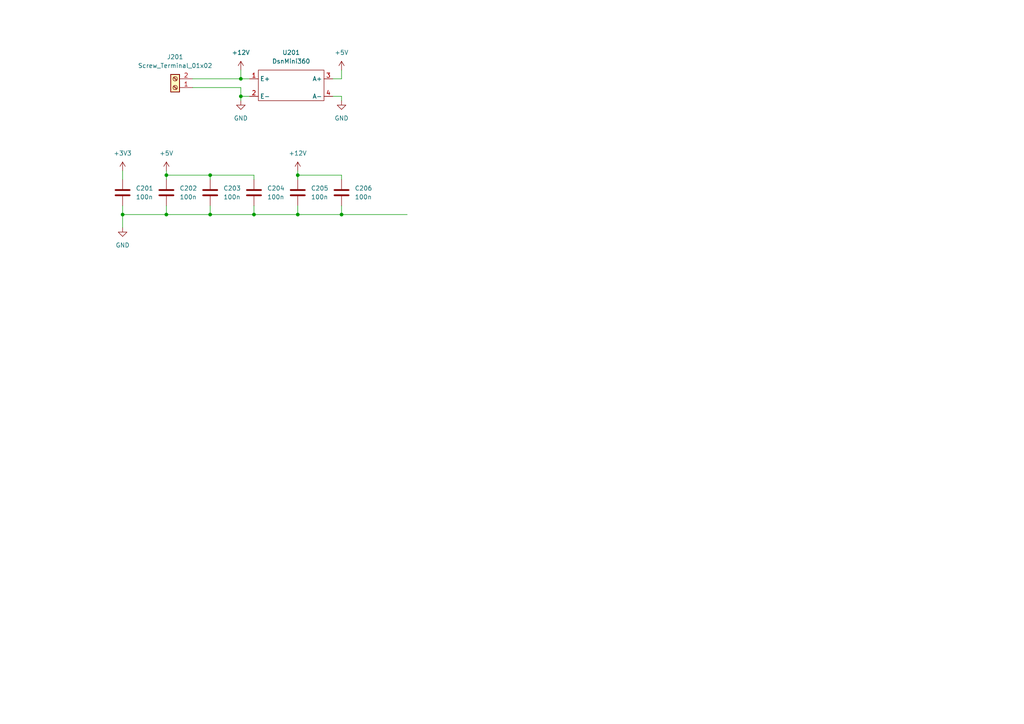
<source format=kicad_sch>
(kicad_sch (version 20211123) (generator eeschema)
  (paper "A4")
  (title_block (date "2022-03-14") (company "makerspace Bocholt"))
  (lib_symbols
    (symbol "Connector:Screw_Terminal_01x02" (pin_names (offset 1.016) hide)
      (property "Reference" "J" (at 0 2.54 0))
      (property "Value" "Screw_Terminal_01x02" (at 0 -5.08 0))
      (symbol "Screw_Terminal_01x02_1_1"
        (rectangle (start -1.27 1.27) (end 1.27 -3.81) (stroke (width 0.254)) (fill (type background)))
        (circle (center 0 -2.54) (radius 0.635) (stroke (width 0.1524)))
        (polyline (pts (xy -0.5334 -2.2098) (xy 0.3302 -3.048)) (stroke (width 0.1524)))
        (polyline (pts (xy -0.5334 0.3302) (xy 0.3302 -0.508)) (stroke (width 0.1524)))
        (polyline (pts (xy -0.3556 -2.032) (xy 0.508 -2.8702)) (stroke (width 0.1524)))
        (polyline (pts (xy -0.3556 0.508) (xy 0.508 -0.3302)) (stroke (width 0.1524)))
        (circle (center 0 0) (radius 0.635) (stroke (width 0.1524)))
        (pin passive line (at -5.08 0 0) (length 3.81) (name "Pin_1") (number "1"))
        (pin passive line (at -5.08 -2.54 0) (length 3.81) (name "Pin_2") (number "2"))
      )
    )
    (symbol "DcDc:DsnMini360"
      (property "Reference" "U" (at 0 0 0))
      (property "Value" "DsnMini360" (at 0 -2.54 0))
      (symbol "DsnMini360_0_1"
        (rectangle (start -8.89 2.54) (end 10.16 -6.35))
      )
      (symbol "DsnMini360_1_1"
        (pin power_in line (at -11.43 0 0) (length 2.54) (name "E+") (number "1"))
        (pin power_in line (at -11.43 -5.08 0) (length 2.54) (name "E-") (number "2"))
        (pin power_out line (at 12.7 0 180) (length 2.54) (name "A+") (number "3"))
        (pin power_out line (at 12.7 -5.08 180) (length 2.54) (name "A-") (number "4"))
      )
    )
    (symbol "Device:C" (pin_numbers hide) (pin_names (offset 0.254))
      (property "Reference" "C" (at 0.635 2.54 0))
      (property "Value" "C" (at 0.635 -2.54 0))
      (symbol "C_0_1"
        (polyline (pts (xy -2.032 -0.762) (xy 2.032 -0.762)) (stroke (width 0.508)))
        (polyline (pts (xy -2.032 0.762) (xy 2.032 0.762)) (stroke (width 0.508)))
      )
      (symbol "C_1_1"
        (pin passive line (at 0 3.81 270) (length 2.794) (name "~") (number "1"))
        (pin passive line (at 0 -3.81 90) (length 2.794) (name "~") (number "2"))
      )
    )
    (symbol "power:+12V" (power) (pin_names (offset 0))
      (property "Value" "+12V" (at 0 3.556 0))
      (symbol "+12V_0_1"
        (polyline (pts (xy -0.762 1.27) (xy 0 2.54)))
        (polyline (pts (xy 0 0) (xy 0 2.54)))
        (polyline (pts (xy 0 2.54) (xy 0.762 1.27)))
      )
      (symbol "+12V_1_1"
        (pin power_in line (at 0 0 90) (length 0) hide (name "+12V") (number "1"))
      )
    )
    (symbol "power:+3.3V" (power) (pin_names (offset 0))
      (property "Value" "+3.3V" (at 0 3.556 0))
      (symbol "+3.3V_0_1"
        (polyline (pts (xy -0.762 1.27) (xy 0 2.54)))
        (polyline (pts (xy 0 0) (xy 0 2.54)))
        (polyline (pts (xy 0 2.54) (xy 0.762 1.27)))
      )
      (symbol "+3.3V_1_1"
        (pin power_in line (at 0 0 90) (length 0) hide (name "+3V3") (number "1"))
      )
    )
    (symbol "power:+5V" (power) (pin_names (offset 0))
      (property "Value" "+5V" (at 0 3.556 0))
      (symbol "+5V_0_1"
        (polyline (pts (xy -0.762 1.27) (xy 0 2.54)))
        (polyline (pts (xy 0 0) (xy 0 2.54)))
        (polyline (pts (xy 0 2.54) (xy 0.762 1.27)))
      )
      (symbol "+5V_1_1"
        (pin power_in line (at 0 0 90) (length 0) hide (name "+5V") (number "1"))
      )
    )
    (symbol "power:GND" (power) (pin_names (offset 0))
      (property "Value" "GND" (at 0 -3.81 0))
      (symbol "GND_0_1"
        (polyline (pts (xy 0 0) (xy 0 -1.27) (xy 1.27 -1.27) (xy 0 -2.54) (xy -1.27 -1.27) (xy 0 -1.27)))
      )
      (symbol "GND_1_1"
        (pin power_in line (at 0 0 270) (length 0) hide (name "GND") (number "1"))
      )
    )
  )
  (junction (at 69.85 22.86))
  (junction (at 48.26 62.23))
  (junction (at 60.96 50.8))
  (junction (at 35.56 62.23))
  (junction (at 99.06 62.23))
  (junction (at 73.66 62.23))
  (junction (at 69.85 27.94))
  (junction (at 60.96 62.23))
  (junction (at 48.26 50.8))
  (junction (at 86.36 62.23))
  (junction (at 86.36 50.8))
  (wire (pts (xy 35.56 62.23) (xy 48.26 62.23)))
  (wire (pts (xy 86.36 59.69) (xy 86.36 62.23)))
  (wire (pts (xy 99.06 22.86) (xy 99.06 20.32)))
  (wire (pts (xy 35.56 49.53) (xy 35.56 52.07)))
  (wire (pts (xy 69.85 25.4) (xy 69.85 27.94)))
  (wire (pts (xy 99.06 59.69) (xy 99.06 62.23)))
  (wire (pts (xy 69.85 27.94) (xy 69.85 29.21)))
  (wire (pts (xy 96.52 22.86) (xy 99.06 22.86)))
  (wire (pts (xy 35.56 59.69) (xy 35.56 62.23)))
  (wire (pts (xy 55.88 25.4) (xy 69.85 25.4)))
  (wire (pts (xy 48.26 50.8) (xy 48.26 52.07)))
  (wire (pts (xy 69.85 20.32) (xy 69.85 22.86)))
  (wire (pts (xy 60.96 50.8) (xy 73.66 50.8)))
  (wire (pts (xy 73.66 50.8) (xy 73.66 52.07)))
  (wire (pts (xy 60.96 59.69) (xy 60.96 62.23)))
  (wire (pts (xy 86.36 50.8) (xy 99.06 50.8)))
  (wire (pts (xy 48.26 59.69) (xy 48.26 62.23)))
  (wire (pts (xy 48.26 62.23) (xy 60.96 62.23)))
  (wire (pts (xy 73.66 62.23) (xy 86.36 62.23)))
  (wire (pts (xy 99.06 27.94) (xy 99.06 29.21)))
  (wire (pts (xy 48.26 49.53) (xy 48.26 50.8)))
  (wire (pts (xy 96.52 27.94) (xy 99.06 27.94)))
  (wire (pts (xy 86.36 62.23) (xy 99.06 62.23)))
  (wire (pts (xy 48.26 50.8) (xy 60.96 50.8)))
  (wire (pts (xy 72.39 27.94) (xy 69.85 27.94)))
  (wire (pts (xy 55.88 22.86) (xy 69.85 22.86)))
  (wire (pts (xy 99.06 50.8) (xy 99.06 52.07)))
  (wire (pts (xy 73.66 59.69) (xy 73.66 62.23)))
  (wire (pts (xy 86.36 49.53) (xy 86.36 50.8)))
  (wire (pts (xy 86.36 50.8) (xy 86.36 52.07)))
  (wire (pts (xy 35.56 66.04) (xy 35.56 62.23)))
  (wire (pts (xy 60.96 62.23) (xy 73.66 62.23)))
  (wire (pts (xy 60.96 50.8) (xy 60.96 52.07)))
  (wire (pts (xy 69.85 22.86) (xy 72.39 22.86)))
  (wire (pts (xy 99.06 62.23) (xy 118.11 62.23)))
  (symbol (lib_id "power:+5V") (at 48.26 49.53 0) (unit 1)
    (property "Reference" "#PWR0206" (effects hide))
    (property "Value" "+5V" (at 48.26 44.45 0))
  )
  (symbol (lib_id "power:GND") (at 69.85 29.21 0) (unit 1)
    (property "Reference" "#PWR0204" (effects hide))
    (property "Value" "GND" (at 69.85 34.29 0))
  )
  (symbol (lib_id "Connector:Screw_Terminal_01x02") (at 50.8 25.4 180) (unit 1)
    (property "Reference" "J201" (at 50.8 16.51 0))
    (property "Value" "Screw_Terminal_01x02" (at 50.8 19.05 0))
    (property "Footprint" "TerminalBlock_Phoenix:TerminalBlock_Phoenix_MKDS-1,5-2-5.08_1x02_P5.08mm_Horizontal" (effects hide))
  )
  (symbol (lib_id "Device:C") (at 60.96 55.88 0) (unit 1)
    (property "Reference" "C203" (at 64.77 54.6099 0) (effects (justify left)))
    (property "Value" "100n" (at 64.77 57.1499 0) (effects (justify left)))
    (property "Footprint" "Capacitor_THT:C_Disc_D6.0mm_W2.5mm_P5.00mm" (effects hide))
  )
  (symbol (lib_id "power:+12V") (at 69.85 20.32 0) (unit 1)
    (property "Reference" "#PWR0203" (effects hide))
    (property "Value" "+12V" (at 69.85 15.24 0))
  )
  (symbol (lib_id "Device:C") (at 73.66 55.88 0) (unit 1)
    (property "Reference" "C204" (at 77.47 54.6099 0) (effects (justify left)))
    (property "Value" "100n" (at 77.47 57.1499 0) (effects (justify left)))
    (property "Footprint" "Capacitor_THT:C_Disc_D6.0mm_W2.5mm_P5.00mm" (effects hide))
  )
  (symbol (lib_id "power:+5V") (at 99.06 20.32 0) (unit 1)
    (property "Reference" "#PWR0202" (effects hide))
    (property "Value" "+5V" (at 99.06 15.24 0))
  )
  (symbol (lib_id "Device:C") (at 48.26 55.88 0) (unit 1)
    (property "Reference" "C202" (at 52.07 54.6099 0) (effects (justify left)))
    (property "Value" "100n" (at 52.07 57.1499 0) (effects (justify left)))
    (property "Footprint" "Capacitor_THT:C_Disc_D6.0mm_W2.5mm_P5.00mm" (effects hide))
  )
  (symbol (lib_id "power:+3.3V") (at 35.56 49.53 0) (unit 1)
    (property "Reference" "#PWR0201" (effects hide))
    (property "Value" "+3.3V" (at 35.56 44.45 0))
  )
  (symbol (lib_id "DcDc:DsnMini360") (at 83.82 22.86 0) (unit 1)
    (property "Reference" "U201" (at 84.455 15.24 0))
    (property "Value" "DsnMini360" (at 84.455 17.78 0))
    (property "Footprint" "Modelle:DSNMini360" (effects hide))
  )
  (symbol (lib_id "power:+12V") (at 86.36 49.53 0) (unit 1)
    (property "Reference" "#PWR0207" (effects hide))
    (property "Value" "+12V" (at 86.36 44.45 0))
  )
  (symbol (lib_id "power:GND") (at 99.06 29.21 0) (unit 1)
    (property "Reference" "#PWR0205" (effects hide))
    (property "Value" "GND" (at 99.06 34.29 0))
  )
  (symbol (lib_id "Device:C") (at 35.56 55.88 0) (unit 1)
    (property "Reference" "C201" (at 39.37 54.6099 0) (effects (justify left)))
    (property "Value" "100n" (at 39.37 57.1499 0) (effects (justify left)))
    (property "Footprint" "Capacitor_THT:C_Disc_D6.0mm_W2.5mm_P5.00mm" (effects hide))
  )
  (symbol (lib_id "power:GND") (at 35.56 66.04 0) (unit 1)
    (property "Reference" "#PWR0208" (effects hide))
    (property "Value" "GND" (at 35.56 71.12 0))
  )
  (symbol (lib_id "Device:C") (at 86.36 55.88 0) (unit 1)
    (property "Reference" "C205" (at 90.17 54.6099 0) (effects (justify left)))
    (property "Value" "100n" (at 90.17 57.1499 0) (effects (justify left)))
    (property "Footprint" "Capacitor_THT:C_Disc_D6.0mm_W2.5mm_P5.00mm" (effects hide))
  )
  (symbol (lib_id "Device:C") (at 99.06 55.88 0) (unit 1)
    (property "Reference" "C206" (at 102.87 54.6099 0) (effects (justify left)))
    (property "Value" "100n" (at 102.87 57.1499 0) (effects (justify left)))
    (property "Footprint" "Capacitor_THT:C_Disc_D6.0mm_W2.5mm_P5.00mm" (effects hide))
  )
)
</source>
